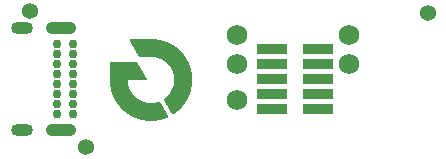
<source format=gbs>
G04*
G04 #@! TF.GenerationSoftware,Altium Limited,Altium Designer,20.2.6 (244)*
G04*
G04 Layer_Color=16711935*
%FSLAX25Y25*%
%MOIN*%
G70*
G04*
G04 #@! TF.SameCoordinates,1F00D8FF-E811-4F8C-9FFC-250B1BB78CBF*
G04*
G04*
G04 #@! TF.FilePolarity,Negative*
G04*
G01*
G75*
%ADD36R,0.10049X0.03592*%
%ADD40C,0.05362*%
%ADD41O,0.10049X0.04143*%
%ADD42C,0.02953*%
%ADD43O,0.07293X0.04143*%
%ADD44C,0.00394*%
%ADD55C,0.00023*%
%ADD56C,0.06899*%
D36*
X106102Y36575D02*
D03*
X90748D02*
D03*
X106102Y31575D02*
D03*
Y26575D02*
D03*
Y21575D02*
D03*
Y16575D02*
D03*
X90748Y31575D02*
D03*
Y26575D02*
D03*
Y21575D02*
D03*
Y16575D02*
D03*
D40*
X142520Y48819D02*
D03*
X28740Y3937D02*
D03*
X9892Y49213D02*
D03*
D41*
X20472Y9547D02*
D03*
Y43602D02*
D03*
D42*
X24331Y14862D02*
D03*
Y18209D02*
D03*
Y21555D02*
D03*
Y24902D02*
D03*
Y28248D02*
D03*
Y31594D02*
D03*
Y34941D02*
D03*
Y38287D02*
D03*
X19016Y14862D02*
D03*
Y18209D02*
D03*
Y21555D02*
D03*
Y24902D02*
D03*
Y28248D02*
D03*
Y31594D02*
D03*
Y34941D02*
D03*
Y38287D02*
D03*
D43*
X7165Y9547D02*
D03*
Y43602D02*
D03*
D44*
X129921Y1476D02*
D03*
Y12303D02*
D03*
D55*
X43257Y39939D02*
X50924D01*
X43212Y39917D02*
X51288D01*
X43189Y39894D02*
X51538D01*
X43189Y39871D02*
X51766D01*
X43166Y39848D02*
X51948D01*
X43166Y39825D02*
X52130D01*
X43166Y39803D02*
X52289D01*
X43166Y39780D02*
X52426D01*
X43166Y39757D02*
X52562D01*
X43189Y39735D02*
X52676D01*
X43189Y39712D02*
X52812D01*
X43212Y39689D02*
X52926D01*
X43212Y39666D02*
X53040D01*
X43235Y39643D02*
X53131D01*
X43235Y39621D02*
X53245D01*
X43257Y39598D02*
X53336D01*
X43280Y39575D02*
X53427D01*
X43280Y39553D02*
X53518D01*
X43303Y39530D02*
X53609D01*
X43303Y39507D02*
X53700D01*
X43326Y39484D02*
X53791D01*
X43326Y39461D02*
X53882D01*
X43348Y39439D02*
X53950D01*
X43371Y39416D02*
X54041D01*
X43371Y39393D02*
X54109D01*
X43394Y39371D02*
X54177D01*
X43394Y39348D02*
X54268D01*
X43417Y39325D02*
X54337D01*
X43417Y39302D02*
X54405D01*
X43439Y39279D02*
X54473D01*
X43462Y39257D02*
X54541D01*
X43462Y39234D02*
X54610D01*
X43485Y39211D02*
X54678D01*
X43485Y39189D02*
X54746D01*
X43508Y39166D02*
X54792D01*
X43508Y39143D02*
X54860D01*
X43530Y39120D02*
X54928D01*
X43553Y39097D02*
X54996D01*
X43553Y39075D02*
X55042D01*
X43576Y39052D02*
X55110D01*
X43576Y39029D02*
X55178D01*
X43599Y39007D02*
X55224D01*
X43621Y38984D02*
X55292D01*
X43621Y38961D02*
X55338D01*
X43644Y38938D02*
X55383D01*
X43644Y38916D02*
X55451D01*
X43667Y38893D02*
X55497D01*
X43667Y38870D02*
X55565D01*
X43690Y38847D02*
X55611D01*
X43712Y38824D02*
X55656D01*
X43712Y38802D02*
X55724D01*
X43735Y38779D02*
X55770D01*
X43735Y38756D02*
X55815D01*
X43758Y38734D02*
X55861D01*
X43758Y38711D02*
X55906D01*
X43781Y38688D02*
X55975D01*
X43803Y38665D02*
X56020D01*
X43803Y38642D02*
X56066D01*
X43826Y38620D02*
X56111D01*
X43826Y38597D02*
X56157D01*
X43849Y38574D02*
X56202D01*
X43872Y38552D02*
X56248D01*
X43872Y38529D02*
X56293D01*
X43894Y38506D02*
X56339D01*
X43894Y38483D02*
X56384D01*
X43917Y38460D02*
X56430D01*
X43917Y38438D02*
X56475D01*
X43940Y38415D02*
X56521D01*
X43963Y38392D02*
X56566D01*
X43963Y38370D02*
X56589D01*
X43985Y38347D02*
X56634D01*
X43985Y38324D02*
X56680D01*
X44008Y38301D02*
X56725D01*
X44008Y38278D02*
X56771D01*
X44031Y38256D02*
X56816D01*
X44054Y38233D02*
X56839D01*
X44054Y38210D02*
X56885D01*
X44076Y38188D02*
X56930D01*
X44076Y38165D02*
X56976D01*
X44099Y38142D02*
X56998D01*
X44099Y38119D02*
X57044D01*
X44122Y38096D02*
X57089D01*
X44145Y38074D02*
X57135D01*
X44145Y38051D02*
X57158D01*
X44167Y38028D02*
X57203D01*
X44167Y38006D02*
X57249D01*
X44190Y37983D02*
X57271D01*
X44213Y37960D02*
X57317D01*
X44213Y37937D02*
X57340D01*
X44236Y37914D02*
X57385D01*
X44236Y37892D02*
X57431D01*
X44258Y37869D02*
X57453D01*
X44258Y37846D02*
X57499D01*
X44281Y37824D02*
X57522D01*
X44304Y37801D02*
X57567D01*
X44304Y37778D02*
X57590D01*
X44327Y37755D02*
X57635D01*
X44327Y37732D02*
X57681D01*
X44349Y37710D02*
X57704D01*
X44349Y37687D02*
X57749D01*
X44372Y37664D02*
X57772D01*
X44395Y37642D02*
X57817D01*
X44395Y37619D02*
X57840D01*
X44418Y37596D02*
X57863D01*
X44418Y37573D02*
X57908D01*
X44440Y37551D02*
X57931D01*
X44440Y37528D02*
X57977D01*
X44463Y37505D02*
X57999D01*
X44486Y37482D02*
X58045D01*
X44486Y37459D02*
X58068D01*
X44509Y37437D02*
X58090D01*
X44509Y37414D02*
X58136D01*
X44531Y37391D02*
X58159D01*
X44554Y37369D02*
X58204D01*
X44554Y37346D02*
X58227D01*
X44577Y37323D02*
X58250D01*
X44577Y37300D02*
X58295D01*
X44600Y37277D02*
X58318D01*
X44600Y37255D02*
X58341D01*
X44622Y37232D02*
X58386D01*
X44645Y37209D02*
X58409D01*
X44645Y37187D02*
X58432D01*
X44668Y37164D02*
X58477D01*
X44668Y37141D02*
X58500D01*
X44691Y37118D02*
X58523D01*
X44691Y37095D02*
X58568D01*
X44713Y37073D02*
X58591D01*
X44736Y37050D02*
X58614D01*
X44736Y37027D02*
X58636D01*
X44759Y37005D02*
X58682D01*
X44759Y36982D02*
X58705D01*
X44782Y36959D02*
X58727D01*
X44782Y36936D02*
X58750D01*
X44804Y36913D02*
X58796D01*
X44827Y36891D02*
X58818D01*
X44827Y36868D02*
X58841D01*
X44850Y36845D02*
X58864D01*
X44850Y36823D02*
X58887D01*
X44873Y36800D02*
X58932D01*
X44895Y36777D02*
X58955D01*
X44895Y36754D02*
X58978D01*
X44918Y36731D02*
X59000D01*
X44918Y36709D02*
X59023D01*
X44941Y36686D02*
X59069D01*
X44941Y36663D02*
X59091D01*
X44964Y36641D02*
X59114D01*
X44986Y36618D02*
X59137D01*
X44986Y36595D02*
X59160D01*
X45009Y36572D02*
X59182D01*
X45009Y36549D02*
X59205D01*
X45032Y36527D02*
X59251D01*
X45032Y36504D02*
X59273D01*
X45055Y36481D02*
X59296D01*
X45077Y36459D02*
X59319D01*
X45077Y36436D02*
X59342D01*
X45100Y36413D02*
X59364D01*
X45100Y36390D02*
X59387D01*
X45123Y36367D02*
X59410D01*
X45146Y36345D02*
X59433D01*
X45146Y36322D02*
X59455D01*
X45168Y36299D02*
X59478D01*
X45168Y36277D02*
X59524D01*
X45191Y36254D02*
X59546D01*
X45191Y36231D02*
X59569D01*
X45214Y36208D02*
X59592D01*
X45237Y36186D02*
X59615D01*
X45237Y36163D02*
X59637D01*
X45259Y36140D02*
X59660D01*
X45259Y36117D02*
X59683D01*
X45282Y36094D02*
X59706D01*
X45282Y36072D02*
X59728D01*
X45305Y36049D02*
X59751D01*
X45328Y36026D02*
X59774D01*
X45328Y36004D02*
X59797D01*
X45350Y35981D02*
X59819D01*
X45350Y35958D02*
X59842D01*
X45373Y35935D02*
X59865D01*
X45373Y35912D02*
X59888D01*
X45396Y35890D02*
X59910D01*
X45419Y35867D02*
X59933D01*
X45419Y35844D02*
X59956D01*
X45441Y35822D02*
X59979D01*
X45441Y35799D02*
X60001D01*
X45464Y35776D02*
X60024D01*
X45487Y35753D02*
X60047D01*
X45487Y35730D02*
X60070D01*
X45510Y35708D02*
X60070D01*
X45510Y35685D02*
X60092D01*
X45532Y35662D02*
X60115D01*
X45532Y35640D02*
X60138D01*
X45555Y35617D02*
X60161D01*
X45578Y35594D02*
X60183D01*
X45578Y35571D02*
X60206D01*
X45601Y35548D02*
X60229D01*
X45601Y35526D02*
X60252D01*
X45623Y35503D02*
X60274D01*
X45623Y35480D02*
X60297D01*
X45646Y35458D02*
X60320D01*
X45669Y35435D02*
X60320D01*
X45669Y35412D02*
X60343D01*
X45692Y35389D02*
X60365D01*
X45692Y35366D02*
X60388D01*
X45714Y35344D02*
X60411D01*
X45714Y35321D02*
X60434D01*
X45737Y35298D02*
X60456D01*
X45760Y35276D02*
X60479D01*
X45760Y35253D02*
X60479D01*
X45783Y35230D02*
X60502D01*
X45783Y35207D02*
X60525D01*
X45805Y35184D02*
X60547D01*
X45828Y35162D02*
X60570D01*
X45828Y35139D02*
X60593D01*
X45851Y35116D02*
X60593D01*
X45851Y35094D02*
X60616D01*
X45874Y35071D02*
X60638D01*
X45874Y35048D02*
X60661D01*
X45896Y35025D02*
X60684D01*
X45919Y35002D02*
X60707D01*
X45919Y34980D02*
X60707D01*
X45942Y34957D02*
X60729D01*
X45942Y34934D02*
X60752D01*
X45965Y34912D02*
X60775D01*
X45965Y34889D02*
X60798D01*
X45987Y34866D02*
X60798D01*
X46010Y34843D02*
X60820D01*
X46010Y34821D02*
X60843D01*
X46033Y34798D02*
X60866D01*
X46033Y34775D02*
X60889D01*
X46056Y34752D02*
X60889D01*
X46056Y34729D02*
X60911D01*
X46078Y34707D02*
X60934D01*
X46101Y34684D02*
X60957D01*
X46101Y34661D02*
X60957D01*
X46124Y34639D02*
X60980D01*
X46124Y34616D02*
X61002D01*
X46147Y34593D02*
X61025D01*
X46169Y34570D02*
X61025D01*
X46169Y34547D02*
X61048D01*
X46192Y34525D02*
X61071D01*
X46192Y34502D02*
X61093D01*
X46215Y34479D02*
X61093D01*
X46215Y34457D02*
X61116D01*
X46238Y34434D02*
X61139D01*
X46260Y34411D02*
X61162D01*
X46283Y34388D02*
X61162D01*
X46351Y34365D02*
X61184D01*
X50810Y34343D02*
X61207D01*
X51061Y34320D02*
X61230D01*
X51265Y34297D02*
X61230D01*
X51425Y34275D02*
X61253D01*
X51561Y34252D02*
X61275D01*
X51675Y34229D02*
X61275D01*
X51789Y34206D02*
X61298D01*
X51902Y34183D02*
X61321D01*
X51993Y34161D02*
X61321D01*
X52107Y34138D02*
X61344D01*
X52198Y34115D02*
X61366D01*
X52266Y34093D02*
X61366D01*
X52357Y34070D02*
X61389D01*
X52426Y34047D02*
X61412D01*
X52517Y34024D02*
X61435D01*
X52585Y34001D02*
X61435D01*
X52653Y33979D02*
X61457D01*
X52721Y33956D02*
X61480D01*
X52790Y33933D02*
X61480D01*
X52858Y33911D02*
X61503D01*
X52926Y33888D02*
X61526D01*
X52972Y33865D02*
X61526D01*
X53040Y33842D02*
X61548D01*
X53108Y33819D02*
X61548D01*
X53154Y33797D02*
X61571D01*
X53222Y33774D02*
X61594D01*
X53267Y33751D02*
X61594D01*
X53313Y33729D02*
X61617D01*
X53381Y33706D02*
X61639D01*
X53427Y33683D02*
X61639D01*
X53472Y33660D02*
X61662D01*
X53518Y33637D02*
X61685D01*
X53563Y33615D02*
X61685D01*
X53631Y33592D02*
X61708D01*
X53677Y33569D02*
X61708D01*
X53722Y33547D02*
X61730D01*
X53768Y33524D02*
X61753D01*
X53813Y33501D02*
X61753D01*
X53859Y33478D02*
X61776D01*
X53882Y33456D02*
X61799D01*
X53927Y33433D02*
X61799D01*
X53973Y33410D02*
X61821D01*
X54018Y33387D02*
X61821D01*
X54064Y33364D02*
X61844D01*
X54109Y33342D02*
X61844D01*
X54132Y33319D02*
X61867D01*
X54177Y33296D02*
X61890D01*
X54223Y33274D02*
X61890D01*
X54268Y33251D02*
X61912D01*
X54291Y33228D02*
X61912D01*
X54337Y33205D02*
X61935D01*
X54382Y33182D02*
X61958D01*
X54405Y33160D02*
X61958D01*
X54450Y33137D02*
X61981D01*
X54473Y33114D02*
X61981D01*
X54519Y33092D02*
X62003D01*
X54541Y33069D02*
X62003D01*
X54587Y33046D02*
X62026D01*
X54610Y33023D02*
X62026D01*
X54655Y33000D02*
X62049D01*
X54678Y32978D02*
X62072D01*
X54723Y32955D02*
X62072D01*
X54746Y32932D02*
X62094D01*
X54792Y32910D02*
X62094D01*
X54814Y32887D02*
X62117D01*
X54837Y32864D02*
X62117D01*
X54883Y32841D02*
X62140D01*
X54905Y32818D02*
X62140D01*
X54951Y32796D02*
X62163D01*
X54974Y32773D02*
X62163D01*
X54996Y32750D02*
X62185D01*
X55019Y32728D02*
X62185D01*
X55065Y32705D02*
X62208D01*
X55087Y32682D02*
X62231D01*
X55110Y32659D02*
X62231D01*
X55156Y32636D02*
X62254D01*
X55178Y32614D02*
X62254D01*
X55201Y32591D02*
X62276D01*
X55224Y32568D02*
X62276D01*
X55269Y32546D02*
X62299D01*
X55292Y32523D02*
X62299D01*
X55315Y32500D02*
X62322D01*
X55338Y32477D02*
X62322D01*
X55360Y32454D02*
X62345D01*
X55383Y32432D02*
X62345D01*
X55429Y32409D02*
X62367D01*
X55451Y32386D02*
X62367D01*
X55474Y32364D02*
X62367D01*
X55497Y32341D02*
X62390D01*
X55520Y32318D02*
X62390D01*
X55542Y32295D02*
X62413D01*
X55565Y32272D02*
X62413D01*
X55588Y32250D02*
X62436D01*
X55611Y32227D02*
X62436D01*
X55656Y32204D02*
X62458D01*
X55679Y32182D02*
X62458D01*
X55702Y32159D02*
X62481D01*
X36705D02*
X45373D01*
X55724Y32136D02*
X62481D01*
X36660D02*
X45419D01*
X55747Y32113D02*
X62504D01*
X36637D02*
X45441D01*
X55770Y32090D02*
X62504D01*
X36614D02*
X45464D01*
X55793Y32068D02*
X62527D01*
X36614D02*
X45464D01*
X55815Y32045D02*
X62527D01*
X36592D02*
X45487D01*
X55838Y32022D02*
X62527D01*
X36592D02*
X45487D01*
X55861Y31999D02*
X62549D01*
X36592D02*
X45510D01*
X55884Y31977D02*
X62549D01*
X36592D02*
X45532D01*
X55906Y31954D02*
X62572D01*
X36592D02*
X45532D01*
X55929Y31931D02*
X62572D01*
X36592D02*
X45555D01*
X55952Y31909D02*
X62595D01*
X36592D02*
X45555D01*
X55975Y31886D02*
X62595D01*
X36592D02*
X45578D01*
X55997Y31863D02*
X62618D01*
X36592D02*
X45578D01*
X55997Y31840D02*
X62618D01*
X36592D02*
X45601D01*
X56020Y31817D02*
X62618D01*
X36592D02*
X45623D01*
X56043Y31795D02*
X62640D01*
X36592D02*
X45623D01*
X56066Y31772D02*
X62640D01*
X36592D02*
X45646D01*
X56088Y31749D02*
X62663D01*
X36592D02*
X45646D01*
X56111Y31727D02*
X62663D01*
X36592D02*
X45669D01*
X56134Y31704D02*
X62663D01*
X36592D02*
X45669D01*
X56157Y31681D02*
X62686D01*
X36592D02*
X45692D01*
X56179Y31658D02*
X62686D01*
X36592D02*
X45714D01*
X56202Y31635D02*
X62709D01*
X36592D02*
X45714D01*
X56202Y31613D02*
X62709D01*
X36592D02*
X45737D01*
X56225Y31590D02*
X62731D01*
X36592D02*
X45737D01*
X56248Y31567D02*
X62731D01*
X36592D02*
X45760D01*
X56270Y31545D02*
X62731D01*
X36592D02*
X45783D01*
X56293Y31522D02*
X62754D01*
X36592D02*
X45783D01*
X56316Y31499D02*
X62754D01*
X36592D02*
X45805D01*
X56339Y31476D02*
X62777D01*
X36592D02*
X45805D01*
X56339Y31453D02*
X62777D01*
X36592D02*
X45828D01*
X56361Y31431D02*
X62777D01*
X36592D02*
X45828D01*
X56384Y31408D02*
X62800D01*
X36592D02*
X45851D01*
X56407Y31385D02*
X62800D01*
X36592D02*
X45874D01*
X56430Y31363D02*
X62800D01*
X36592D02*
X45874D01*
X56430Y31340D02*
X62822D01*
X36592D02*
X45896D01*
X56452Y31317D02*
X62822D01*
X36592D02*
X45896D01*
X56475Y31294D02*
X62845D01*
X36592D02*
X45919D01*
X56498Y31271D02*
X62845D01*
X36592D02*
X45919D01*
X56521Y31249D02*
X62845D01*
X36592D02*
X45942D01*
X56521Y31226D02*
X62868D01*
X36592D02*
X45965D01*
X56543Y31203D02*
X62868D01*
X36592D02*
X45965D01*
X56566Y31181D02*
X62868D01*
X36592D02*
X45987D01*
X56589Y31158D02*
X62891D01*
X36592D02*
X45987D01*
X56589Y31135D02*
X62891D01*
X36592D02*
X46010D01*
X56612Y31112D02*
X62913D01*
X36592D02*
X46033D01*
X56634Y31089D02*
X62913D01*
X36592D02*
X46033D01*
X56657Y31067D02*
X62913D01*
X36592D02*
X46056D01*
X56657Y31044D02*
X62936D01*
X36592D02*
X46056D01*
X56680Y31021D02*
X62936D01*
X36592D02*
X46078D01*
X56703Y30999D02*
X62936D01*
X36592D02*
X46078D01*
X56703Y30976D02*
X62959D01*
X36592D02*
X46101D01*
X56725Y30953D02*
X62959D01*
X36592D02*
X46124D01*
X56748Y30930D02*
X62959D01*
X36592D02*
X46124D01*
X56748Y30907D02*
X62982D01*
X36592D02*
X46147D01*
X56771Y30885D02*
X62982D01*
X36592D02*
X46147D01*
X56794Y30862D02*
X62982D01*
X36592D02*
X46169D01*
X56816Y30839D02*
X63004D01*
X36592D02*
X46169D01*
X56816Y30817D02*
X63004D01*
X36592D02*
X46192D01*
X56839Y30794D02*
X63004D01*
X36592D02*
X46215D01*
X56862Y30771D02*
X63027D01*
X36592D02*
X46215D01*
X56862Y30748D02*
X63027D01*
X36592D02*
X46238D01*
X56885Y30725D02*
X63027D01*
X36592D02*
X46238D01*
X56885Y30703D02*
X63050D01*
X36592D02*
X46260D01*
X56907Y30680D02*
X63050D01*
X36592D02*
X46260D01*
X56930Y30657D02*
X63050D01*
X36592D02*
X46283D01*
X56930Y30634D02*
X63073D01*
X36592D02*
X46306D01*
X56953Y30612D02*
X63073D01*
X36592D02*
X46306D01*
X56976Y30589D02*
X63073D01*
X36592D02*
X46329D01*
X56976Y30566D02*
X63095D01*
X36592D02*
X46329D01*
X56998Y30544D02*
X63095D01*
X36592D02*
X46351D01*
X56998Y30521D02*
X63095D01*
X36592D02*
X46374D01*
X57021Y30498D02*
X63118D01*
X36592D02*
X46374D01*
X57044Y30475D02*
X63118D01*
X36592D02*
X46397D01*
X57044Y30452D02*
X63118D01*
X36592D02*
X46397D01*
X57067Y30430D02*
X63118D01*
X36592D02*
X46420D01*
X57067Y30407D02*
X63141D01*
X36592D02*
X46420D01*
X57089Y30384D02*
X63141D01*
X36592D02*
X46442D01*
X57089Y30362D02*
X63141D01*
X36592D02*
X46465D01*
X57112Y30339D02*
X63164D01*
X36592D02*
X46465D01*
X57135Y30316D02*
X63164D01*
X36592D02*
X46488D01*
X57135Y30293D02*
X63164D01*
X36592D02*
X46488D01*
X57158Y30270D02*
X63186D01*
X36592D02*
X46511D01*
X57158Y30248D02*
X63186D01*
X36592D02*
X46511D01*
X57180Y30225D02*
X63186D01*
X36592D02*
X46533D01*
X57180Y30202D02*
X63186D01*
X36592D02*
X46556D01*
X57203Y30180D02*
X63209D01*
X36592D02*
X46556D01*
X57203Y30157D02*
X63209D01*
X36592D02*
X46579D01*
X57226Y30134D02*
X63209D01*
X36592D02*
X46579D01*
X57226Y30111D02*
X63209D01*
X36592D02*
X46602D01*
X57249Y30088D02*
X63232D01*
X36592D02*
X46602D01*
X57249Y30066D02*
X63232D01*
X36592D02*
X46624D01*
X57271Y30043D02*
X63232D01*
X36592D02*
X46647D01*
X57271Y30020D02*
X63255D01*
X36592D02*
X46647D01*
X57294Y29998D02*
X63255D01*
X36592D02*
X46670D01*
X57294Y29975D02*
X63255D01*
X36592D02*
X46670D01*
X57317Y29952D02*
X63255D01*
X36592D02*
X46693D01*
X57317Y29929D02*
X63277D01*
X36592D02*
X46715D01*
X57340Y29906D02*
X63277D01*
X36592D02*
X46715D01*
X57340Y29884D02*
X63277D01*
X36592D02*
X46738D01*
X57362Y29861D02*
X63277D01*
X36592D02*
X46738D01*
X57362Y29838D02*
X63300D01*
X36592D02*
X46761D01*
X57385Y29816D02*
X63300D01*
X36592D02*
X46761D01*
X57385Y29793D02*
X63300D01*
X36592D02*
X46784D01*
X57408Y29770D02*
X63300D01*
X36592D02*
X46806D01*
X57408Y29747D02*
X63323D01*
X36592D02*
X46806D01*
X57431Y29724D02*
X63323D01*
X36592D02*
X46829D01*
X57431Y29702D02*
X63323D01*
X36592D02*
X46829D01*
X57453Y29679D02*
X63323D01*
X36592D02*
X46852D01*
X57453Y29656D02*
X63346D01*
X36592D02*
X46852D01*
X57453Y29634D02*
X63346D01*
X36592D02*
X46875D01*
X57476Y29611D02*
X63346D01*
X36592D02*
X46897D01*
X57476Y29588D02*
X63346D01*
X36592D02*
X46897D01*
X57499Y29565D02*
X63346D01*
X36592D02*
X46920D01*
X57499Y29542D02*
X63368D01*
X36592D02*
X46920D01*
X57522Y29520D02*
X63368D01*
X36592D02*
X46943D01*
X57522Y29497D02*
X63368D01*
X36592D02*
X46943D01*
X57522Y29474D02*
X63368D01*
X36592D02*
X46966D01*
X57544Y29452D02*
X63391D01*
X36592D02*
X46988D01*
X57544Y29429D02*
X63391D01*
X36592D02*
X46988D01*
X57567Y29406D02*
X63391D01*
X36592D02*
X47011D01*
X57567Y29383D02*
X63391D01*
X36592D02*
X47011D01*
X57567Y29360D02*
X63391D01*
X36592D02*
X47034D01*
X57590Y29338D02*
X63414D01*
X36592D02*
X47057D01*
X57590Y29315D02*
X63414D01*
X36592D02*
X47057D01*
X57613Y29292D02*
X63414D01*
X36592D02*
X47079D01*
X57613Y29269D02*
X63414D01*
X36592D02*
X47079D01*
X57613Y29247D02*
X63414D01*
X36592D02*
X47102D01*
X57635Y29224D02*
X63437D01*
X36592D02*
X47102D01*
X57635Y29201D02*
X63437D01*
X36592D02*
X47125D01*
X57635Y29179D02*
X63437D01*
X36592D02*
X47148D01*
X57658Y29156D02*
X63437D01*
X36592D02*
X47148D01*
X57658Y29133D02*
X63437D01*
X36592D02*
X47170D01*
X57681Y29110D02*
X63459D01*
X36592D02*
X47170D01*
X57681Y29087D02*
X63459D01*
X36592D02*
X47193D01*
X57681Y29065D02*
X63459D01*
X36592D02*
X47193D01*
X57704Y29042D02*
X63459D01*
X36592D02*
X47216D01*
X57704Y29019D02*
X63459D01*
X36592D02*
X47239D01*
X57704Y28997D02*
X63482D01*
X36592D02*
X47239D01*
X57726Y28974D02*
X63482D01*
X36592D02*
X47261D01*
X57726Y28951D02*
X63482D01*
X36592D02*
X47261D01*
X57726Y28928D02*
X63482D01*
X36592D02*
X47284D01*
X57749Y28905D02*
X63482D01*
X36592D02*
X47307D01*
X57749Y28883D02*
X63482D01*
X36592D02*
X47307D01*
X57749Y28860D02*
X63505D01*
X36592D02*
X47330D01*
X57772Y28837D02*
X63505D01*
X36592D02*
X47330D01*
X57772Y28815D02*
X63505D01*
X36592D02*
X47352D01*
X57772Y28792D02*
X63505D01*
X36592D02*
X47352D01*
X57772Y28769D02*
X63505D01*
X36592D02*
X47375D01*
X57795Y28746D02*
X63505D01*
X36592D02*
X47398D01*
X57795Y28723D02*
X63528D01*
X36592D02*
X47398D01*
X57795Y28701D02*
X63528D01*
X36592D02*
X47421D01*
X57817Y28678D02*
X63528D01*
X36592D02*
X47421D01*
X57817Y28655D02*
X63528D01*
X36592D02*
X47443D01*
X57817Y28633D02*
X63528D01*
X36592D02*
X47443D01*
X57817Y28610D02*
X63528D01*
X36592D02*
X47466D01*
X57840Y28587D02*
X63550D01*
X36592D02*
X47489D01*
X57840Y28564D02*
X63550D01*
X36592D02*
X47489D01*
X57840Y28541D02*
X63550D01*
X36592D02*
X47512D01*
X57840Y28519D02*
X63550D01*
X36592D02*
X47512D01*
X57863Y28496D02*
X63550D01*
X36592D02*
X47534D01*
X57863Y28473D02*
X63550D01*
X36592D02*
X47534D01*
X57863Y28451D02*
X63550D01*
X36592D02*
X47557D01*
X57886Y28428D02*
X63573D01*
X36592D02*
X47580D01*
X57886Y28405D02*
X63573D01*
X36592D02*
X47580D01*
X57886Y28382D02*
X63573D01*
X36592D02*
X47603D01*
X57886Y28359D02*
X63573D01*
X36592D02*
X47603D01*
X57886Y28337D02*
X63573D01*
X36592D02*
X47625D01*
X57908Y28314D02*
X63573D01*
X36592D02*
X47648D01*
X57908Y28291D02*
X63573D01*
X36592D02*
X47648D01*
X57908Y28269D02*
X63573D01*
X36592D02*
X47671D01*
X57908Y28246D02*
X63596D01*
X36592D02*
X47671D01*
X57931Y28223D02*
X63596D01*
X36592D02*
X47694D01*
X57931Y28200D02*
X63596D01*
X36592D02*
X47694D01*
X57931Y28177D02*
X63596D01*
X36592D02*
X47716D01*
X57931Y28155D02*
X63596D01*
X36592D02*
X47739D01*
X57931Y28132D02*
X63596D01*
X36592D02*
X47739D01*
X57954Y28109D02*
X63596D01*
X36592D02*
X47762D01*
X57954Y28087D02*
X63596D01*
X36592D02*
X47762D01*
X57954Y28064D02*
X63619D01*
X36592D02*
X47785D01*
X57954Y28041D02*
X63619D01*
X36592D02*
X47785D01*
X57954Y28018D02*
X63619D01*
X36592D02*
X47807D01*
X57977Y27995D02*
X63619D01*
X36592D02*
X47830D01*
X57977Y27973D02*
X63619D01*
X36592D02*
X47830D01*
X57977Y27950D02*
X63619D01*
X36592D02*
X47853D01*
X57977Y27927D02*
X63619D01*
X36592D02*
X47853D01*
X57977Y27904D02*
X63619D01*
X36592D02*
X47876D01*
X57999Y27882D02*
X63619D01*
X36592D02*
X47876D01*
X57999Y27859D02*
X63619D01*
X36592D02*
X47898D01*
X57999Y27836D02*
X63641D01*
X36592D02*
X47921D01*
X57999Y27814D02*
X63641D01*
X36592D02*
X47921D01*
X57999Y27791D02*
X63641D01*
X36592D02*
X47944D01*
X57999Y27768D02*
X63641D01*
X36592D02*
X47944D01*
X57999Y27745D02*
X63641D01*
X36592D02*
X47967D01*
X58022Y27722D02*
X63641D01*
X36592D02*
X47989D01*
X58022Y27700D02*
X63641D01*
X36592D02*
X47989D01*
X58022Y27677D02*
X63641D01*
X36592D02*
X48012D01*
X58022Y27654D02*
X63641D01*
X36592D02*
X48012D01*
X58022Y27632D02*
X63641D01*
X36592D02*
X48035D01*
X58022Y27609D02*
X63641D01*
X36592D02*
X48035D01*
X58022Y27586D02*
X63641D01*
X36592D02*
X48058D01*
X58045Y27563D02*
X63664D01*
X36592D02*
X48080D01*
X58045Y27540D02*
X63664D01*
X36592D02*
X48080D01*
X58045Y27518D02*
X63664D01*
X36592D02*
X48103D01*
X58045Y27495D02*
X63664D01*
X36592D02*
X48103D01*
X58045Y27472D02*
X63664D01*
X36592D02*
X48126D01*
X58045Y27450D02*
X63664D01*
X36592D02*
X48126D01*
X58045Y27427D02*
X63664D01*
X36592D02*
X48149D01*
X58045Y27404D02*
X63664D01*
X36592D02*
X48171D01*
X58045Y27381D02*
X63664D01*
X36592D02*
X48171D01*
X58068Y27358D02*
X63664D01*
X36592D02*
X48194D01*
X58068Y27336D02*
X63664D01*
X36592D02*
X48194D01*
X58068Y27313D02*
X63664D01*
X36592D02*
X48217D01*
X58068Y27290D02*
X63664D01*
X36592D02*
X48240D01*
X58068Y27268D02*
X63664D01*
X36592D02*
X48240D01*
X58068Y27245D02*
X63664D01*
X36592D02*
X48262D01*
X58068Y27222D02*
X63664D01*
X36592D02*
X48262D01*
X58068Y27199D02*
X63664D01*
X36592D02*
X48285D01*
X58068Y27176D02*
X63687D01*
X36592D02*
X48285D01*
X58068Y27154D02*
X63687D01*
X36592D02*
X48308D01*
X58068Y27131D02*
X63687D01*
X36592D02*
X48331D01*
X58090Y27108D02*
X63687D01*
X36592D02*
X48331D01*
X58090Y27086D02*
X63687D01*
X36592D02*
X48353D01*
X58090Y27063D02*
X63687D01*
X36592D02*
X48353D01*
X58090Y27040D02*
X63687D01*
X36592D02*
X48376D01*
X58090Y27017D02*
X63687D01*
X36592D02*
X48376D01*
X58090Y26994D02*
X63687D01*
X36592D02*
X48399D01*
X58090Y26972D02*
X63687D01*
X36592D02*
X48422D01*
X58090Y26949D02*
X63687D01*
X36592D02*
X48422D01*
X58090Y26926D02*
X63687D01*
X36592D02*
X48444D01*
X58090Y26904D02*
X63687D01*
X36592D02*
X48444D01*
X58090Y26881D02*
X63687D01*
X36592D02*
X48467D01*
X58090Y26858D02*
X63687D01*
X36592D02*
X48467D01*
X58090Y26835D02*
X63687D01*
X36592D02*
X48490D01*
X58090Y26812D02*
X63687D01*
X36592D02*
X48513D01*
X58090Y26790D02*
X63687D01*
X36592D02*
X48513D01*
X58090Y26767D02*
X63687D01*
X36592D02*
X48513D01*
X58090Y26744D02*
X63687D01*
X36592D02*
X48513D01*
X58090Y26722D02*
X63687D01*
X36592D02*
X48513D01*
X58090Y26699D02*
X63687D01*
X36592D02*
X48513D01*
X58090Y26676D02*
X63687D01*
X36592D02*
X48513D01*
X58090Y26653D02*
X63687D01*
X36592D02*
X48513D01*
X58090Y26630D02*
X63687D01*
X36592D02*
X48490D01*
X58090Y26608D02*
X63687D01*
X36592D02*
X48467D01*
X58090Y26585D02*
X63687D01*
X36592D02*
X48422D01*
X58090Y26562D02*
X63687D01*
X36592D02*
X42302D01*
X58090Y26539D02*
X63687D01*
X36592D02*
X42256D01*
X58090Y26517D02*
X63687D01*
X36592D02*
X42234D01*
X58090Y26494D02*
X63687D01*
X36592D02*
X42211D01*
X58090Y26471D02*
X63687D01*
X36592D02*
X42211D01*
X58090Y26449D02*
X63687D01*
X36592D02*
X42188D01*
X58090Y26426D02*
X63687D01*
X36592D02*
X42188D01*
X58090Y26403D02*
X63687D01*
X36592D02*
X42188D01*
X58090Y26380D02*
X63687D01*
X36592D02*
X42188D01*
X58090Y26357D02*
X63687D01*
X36592D02*
X42188D01*
X58090Y26335D02*
X63687D01*
X36592D02*
X42188D01*
X58090Y26312D02*
X63687D01*
X36592D02*
X42188D01*
X58090Y26289D02*
X63687D01*
X36592D02*
X42188D01*
X58090Y26267D02*
X63687D01*
X36592D02*
X42188D01*
X58090Y26244D02*
X63687D01*
X36614D02*
X42188D01*
X58090Y26221D02*
X63687D01*
X36614D02*
X42188D01*
X58090Y26198D02*
X63687D01*
X36614D02*
X42211D01*
X58090Y26175D02*
X63687D01*
X36614D02*
X42211D01*
X58090Y26153D02*
X63687D01*
X36614D02*
X42211D01*
X58090Y26130D02*
X63687D01*
X36614D02*
X42211D01*
X58090Y26107D02*
X63687D01*
X36614D02*
X42211D01*
X58090Y26085D02*
X63687D01*
X36614D02*
X42211D01*
X58068Y26062D02*
X63687D01*
X36614D02*
X42211D01*
X58068Y26039D02*
X63687D01*
X36614D02*
X42211D01*
X58068Y26016D02*
X63687D01*
X36614D02*
X42211D01*
X58068Y25993D02*
X63664D01*
X36614D02*
X42211D01*
X58068Y25971D02*
X63664D01*
X36614D02*
X42211D01*
X58068Y25948D02*
X63664D01*
X36614D02*
X42211D01*
X58068Y25925D02*
X63664D01*
X36614D02*
X42211D01*
X58068Y25903D02*
X63664D01*
X36614D02*
X42211D01*
X58068Y25880D02*
X63664D01*
X36614D02*
X42211D01*
X58068Y25857D02*
X63664D01*
X36614D02*
X42234D01*
X58068Y25834D02*
X63664D01*
X36614D02*
X42234D01*
X58068Y25811D02*
X63664D01*
X36614D02*
X42234D01*
X58045Y25789D02*
X63664D01*
X36614D02*
X42234D01*
X58045Y25766D02*
X63664D01*
X36614D02*
X42234D01*
X58045Y25743D02*
X63664D01*
X36614D02*
X42234D01*
X58045Y25721D02*
X63664D01*
X36614D02*
X42234D01*
X58045Y25698D02*
X63664D01*
X36637D02*
X42234D01*
X58045Y25675D02*
X63664D01*
X36637D02*
X42234D01*
X58045Y25652D02*
X63664D01*
X36637D02*
X42234D01*
X58045Y25629D02*
X63664D01*
X36637D02*
X42256D01*
X58045Y25607D02*
X63641D01*
X36637D02*
X42256D01*
X58022Y25584D02*
X63641D01*
X36637D02*
X42256D01*
X58022Y25561D02*
X63641D01*
X36637D02*
X42256D01*
X58022Y25539D02*
X63641D01*
X36637D02*
X42256D01*
X58022Y25516D02*
X63641D01*
X36637D02*
X42256D01*
X58022Y25493D02*
X63641D01*
X36637D02*
X42256D01*
X58022Y25470D02*
X63641D01*
X36637D02*
X42279D01*
X58022Y25447D02*
X63641D01*
X36637D02*
X42279D01*
X57999Y25425D02*
X63641D01*
X36637D02*
X42279D01*
X57999Y25402D02*
X63641D01*
X36660D02*
X42279D01*
X57999Y25379D02*
X63641D01*
X36660D02*
X42279D01*
X57999Y25357D02*
X63641D01*
X36660D02*
X42279D01*
X57999Y25334D02*
X63619D01*
X36660D02*
X42279D01*
X57999Y25311D02*
X63619D01*
X36660D02*
X42302D01*
X57977Y25288D02*
X63619D01*
X36660D02*
X42302D01*
X57977Y25265D02*
X63619D01*
X36660D02*
X42302D01*
X57977Y25243D02*
X63619D01*
X36660D02*
X42302D01*
X57977Y25220D02*
X63619D01*
X36660D02*
X42302D01*
X57977Y25197D02*
X63619D01*
X36660D02*
X42302D01*
X57977Y25174D02*
X63619D01*
X36660D02*
X42325D01*
X57954Y25152D02*
X63619D01*
X36683D02*
X42325D01*
X57954Y25129D02*
X63619D01*
X36683D02*
X42325D01*
X57954Y25106D02*
X63596D01*
X36683D02*
X42325D01*
X57954Y25084D02*
X63596D01*
X36683D02*
X42325D01*
X57954Y25061D02*
X63596D01*
X36683D02*
X42347D01*
X57931Y25038D02*
X63596D01*
X36683D02*
X42347D01*
X57931Y25015D02*
X63596D01*
X36683D02*
X42347D01*
X57931Y24993D02*
X63596D01*
X36683D02*
X42347D01*
X57931Y24970D02*
X63596D01*
X36683D02*
X42347D01*
X57931Y24947D02*
X63596D01*
X36705D02*
X42370D01*
X57908Y24924D02*
X63596D01*
X36705D02*
X42370D01*
X57908Y24902D02*
X63573D01*
X36705D02*
X42370D01*
X57908Y24879D02*
X63573D01*
X36705D02*
X42370D01*
X57908Y24856D02*
X63573D01*
X36705D02*
X42370D01*
X57886Y24833D02*
X63573D01*
X36705D02*
X42393D01*
X57886Y24811D02*
X63573D01*
X36705D02*
X42393D01*
X57886Y24788D02*
X63573D01*
X36705D02*
X42393D01*
X57886Y24765D02*
X63573D01*
X36728D02*
X42393D01*
X57863Y24742D02*
X63550D01*
X36728D02*
X42416D01*
X57863Y24720D02*
X63550D01*
X36728D02*
X42416D01*
X57863Y24697D02*
X63550D01*
X36728D02*
X42416D01*
X57863Y24674D02*
X63550D01*
X36728D02*
X42416D01*
X57863Y24651D02*
X63550D01*
X36728D02*
X42416D01*
X57840Y24629D02*
X63550D01*
X36728D02*
X42438D01*
X57840Y24606D02*
X63550D01*
X36751D02*
X42438D01*
X57840Y24583D02*
X63528D01*
X36751D02*
X42438D01*
X57817Y24560D02*
X63528D01*
X36751D02*
X42461D01*
X57817Y24538D02*
X63528D01*
X36751D02*
X42461D01*
X57817Y24515D02*
X63528D01*
X36751D02*
X42461D01*
X57817Y24492D02*
X63528D01*
X36751D02*
X42461D01*
X57795Y24469D02*
X63528D01*
X36751D02*
X42484D01*
X57795Y24446D02*
X63528D01*
X36774D02*
X42484D01*
X57795Y24424D02*
X63505D01*
X36774D02*
X42484D01*
X57795Y24401D02*
X63505D01*
X36774D02*
X42484D01*
X57772Y24378D02*
X63505D01*
X36774D02*
X42507D01*
X57772Y24355D02*
X63505D01*
X36774D02*
X42507D01*
X57772Y24333D02*
X63505D01*
X36774D02*
X42507D01*
X57749Y24310D02*
X63505D01*
X36796D02*
X42529D01*
X57749Y24287D02*
X63482D01*
X36796D02*
X42529D01*
X57749Y24264D02*
X63482D01*
X36796D02*
X42529D01*
X57726Y24242D02*
X63482D01*
X36796D02*
X42552D01*
X57726Y24219D02*
X63482D01*
X36796D02*
X42552D01*
X57726Y24196D02*
X63482D01*
X36796D02*
X42552D01*
X57704Y24173D02*
X63459D01*
X36819D02*
X42552D01*
X57704Y24151D02*
X63459D01*
X36819D02*
X42575D01*
X57704Y24128D02*
X63459D01*
X36819D02*
X42575D01*
X57681Y24105D02*
X63459D01*
X36819D02*
X42575D01*
X57681Y24082D02*
X63459D01*
X36819D02*
X42598D01*
X57681Y24060D02*
X63459D01*
X36842D02*
X42598D01*
X57658Y24037D02*
X63437D01*
X36842D02*
X42598D01*
X57658Y24014D02*
X63437D01*
X36842D02*
X42620D01*
X57658Y23991D02*
X63437D01*
X36842D02*
X42620D01*
X57635Y23969D02*
X63437D01*
X36842D02*
X42620D01*
X57635Y23946D02*
X63437D01*
X36865D02*
X42643D01*
X57635Y23923D02*
X63414D01*
X36865D02*
X42643D01*
X57613Y23900D02*
X63414D01*
X36865D02*
X42643D01*
X57613Y23878D02*
X63414D01*
X36865D02*
X42666D01*
X57613Y23855D02*
X63414D01*
X36865D02*
X42666D01*
X57590Y23832D02*
X63414D01*
X36887D02*
X42689D01*
X57590Y23810D02*
X63391D01*
X36887D02*
X42689D01*
X57567Y23787D02*
X63391D01*
X36887D02*
X42689D01*
X57567Y23764D02*
X63391D01*
X36887D02*
X42711D01*
X57567Y23741D02*
X63391D01*
X36887D02*
X42711D01*
X57544Y23719D02*
X63368D01*
X36910D02*
X42711D01*
X57544Y23696D02*
X63368D01*
X36910D02*
X42734D01*
X57544Y23673D02*
X63368D01*
X36910D02*
X42734D01*
X57522Y23650D02*
X63368D01*
X36910D02*
X42757D01*
X57522Y23628D02*
X63368D01*
X36910D02*
X42757D01*
X57499Y23605D02*
X63346D01*
X36933D02*
X42757D01*
X57499Y23582D02*
X63346D01*
X36933D02*
X42780D01*
X57476Y23559D02*
X63346D01*
X36933D02*
X42780D01*
X57476Y23537D02*
X63346D01*
X36933D02*
X42802D01*
X57476Y23514D02*
X63323D01*
X36956D02*
X42802D01*
X57453Y23491D02*
X63323D01*
X36956D02*
X42802D01*
X57453Y23468D02*
X63323D01*
X36956D02*
X42825D01*
X57431Y23446D02*
X63323D01*
X36956D02*
X42825D01*
X57431Y23423D02*
X63300D01*
X36978D02*
X42848D01*
X57408Y23400D02*
X63300D01*
X36978D02*
X42848D01*
X57408Y23377D02*
X63300D01*
X36978D02*
X42871D01*
X57408Y23355D02*
X63300D01*
X36978D02*
X42871D01*
X57385Y23332D02*
X63277D01*
X36978D02*
X42893D01*
X57385Y23309D02*
X63277D01*
X37001D02*
X42893D01*
X57362Y23286D02*
X63277D01*
X37001D02*
X42893D01*
X57362Y23264D02*
X63277D01*
X37001D02*
X42916D01*
X57340Y23241D02*
X63255D01*
X37001D02*
X42916D01*
X57340Y23218D02*
X63255D01*
X37024D02*
X42939D01*
X57317Y23195D02*
X63255D01*
X37024D02*
X42939D01*
X57317Y23173D02*
X63255D01*
X37024D02*
X42962D01*
X57294Y23150D02*
X63232D01*
X37024D02*
X42962D01*
X57294Y23127D02*
X63232D01*
X37047D02*
X42984D01*
X57271Y23104D02*
X63232D01*
X37047D02*
X42984D01*
X57271Y23081D02*
X63232D01*
X37047D02*
X43007D01*
X57249Y23059D02*
X63209D01*
X37069D02*
X43007D01*
X57249Y23036D02*
X63209D01*
X37069D02*
X43030D01*
X57226Y23013D02*
X63209D01*
X37069D02*
X43030D01*
X57226Y22990D02*
X63209D01*
X37069D02*
X43053D01*
X57203Y22968D02*
X63186D01*
X37092D02*
X43053D01*
X57203Y22945D02*
X63186D01*
X37092D02*
X43075D01*
X57180Y22922D02*
X63186D01*
X37092D02*
X43075D01*
X57180Y22899D02*
X63164D01*
X37092D02*
X43098D01*
X57158Y22877D02*
X63164D01*
X37115D02*
X43098D01*
X57158Y22854D02*
X63164D01*
X37115D02*
X43121D01*
X57135Y22831D02*
X63164D01*
X37115D02*
X43121D01*
X57135Y22808D02*
X63141D01*
X37138D02*
X43144D01*
X57112Y22786D02*
X63141D01*
X37138D02*
X43144D01*
X57112Y22763D02*
X63141D01*
X37138D02*
X43166D01*
X57089Y22740D02*
X63118D01*
X37138D02*
X43166D01*
X57089Y22717D02*
X63118D01*
X37160D02*
X43189D01*
X57067Y22695D02*
X63118D01*
X37160D02*
X43212D01*
X57044Y22672D02*
X63095D01*
X37160D02*
X43212D01*
X57044Y22649D02*
X63095D01*
X37183D02*
X43235D01*
X57021Y22626D02*
X63095D01*
X37183D02*
X43235D01*
X57021Y22604D02*
X63095D01*
X37183D02*
X43257D01*
X56998Y22581D02*
X63073D01*
X37206D02*
X43257D01*
X56976Y22558D02*
X63073D01*
X37206D02*
X43280D01*
X56976Y22535D02*
X63073D01*
X37206D02*
X43303D01*
X56953Y22513D02*
X63050D01*
X37229D02*
X43303D01*
X56953Y22490D02*
X63050D01*
X37229D02*
X43326D01*
X56930Y22467D02*
X63050D01*
X37229D02*
X43326D01*
X56907Y22445D02*
X63027D01*
X37229D02*
X43348D01*
X56907Y22422D02*
X63027D01*
X37251D02*
X43371D01*
X56885Y22399D02*
X63027D01*
X37251D02*
X43371D01*
X56885Y22376D02*
X63004D01*
X37251D02*
X43394D01*
X56862Y22354D02*
X63004D01*
X37274D02*
X43394D01*
X56839Y22331D02*
X63004D01*
X37274D02*
X43417D01*
X56839Y22308D02*
X62982D01*
X37274D02*
X43439D01*
X56816Y22285D02*
X62982D01*
X37297D02*
X43439D01*
X56794Y22263D02*
X62982D01*
X37297D02*
X43462D01*
X56794Y22240D02*
X62959D01*
X37297D02*
X43485D01*
X56771Y22217D02*
X62959D01*
X37320D02*
X43485D01*
X56748Y22194D02*
X62959D01*
X37320D02*
X43508D01*
X56748Y22172D02*
X62936D01*
X37320D02*
X43530D01*
X56725Y22149D02*
X62936D01*
X37342D02*
X43530D01*
X56703Y22126D02*
X62936D01*
X37342D02*
X43553D01*
X56703Y22103D02*
X62913D01*
X37342D02*
X43576D01*
X56680Y22081D02*
X62913D01*
X37365D02*
X43576D01*
X56657Y22058D02*
X62913D01*
X37365D02*
X43599D01*
X56657Y22035D02*
X62891D01*
X37388D02*
X43621D01*
X56634Y22012D02*
X62891D01*
X37388D02*
X43621D01*
X56612Y21990D02*
X62868D01*
X37388D02*
X43644D01*
X56612Y21967D02*
X62868D01*
X37411D02*
X43667D01*
X56589Y21944D02*
X62868D01*
X37411D02*
X43690D01*
X56566Y21921D02*
X62845D01*
X37411D02*
X43690D01*
X56543Y21899D02*
X62845D01*
X37433D02*
X43712D01*
X56543Y21876D02*
X62845D01*
X37433D02*
X43735D01*
X56521Y21853D02*
X62822D01*
X37433D02*
X43735D01*
X56498Y21830D02*
X62822D01*
X37456D02*
X43758D01*
X56475Y21808D02*
X62822D01*
X37456D02*
X43781D01*
X56475Y21785D02*
X62800D01*
X37479D02*
X43803D01*
X56452Y21762D02*
X62800D01*
X37479D02*
X43803D01*
X56430Y21739D02*
X62777D01*
X37479D02*
X43826D01*
X56407Y21716D02*
X62777D01*
X37502D02*
X43849D01*
X56407Y21694D02*
X62777D01*
X37502D02*
X43872D01*
X56384Y21671D02*
X62754D01*
X37502D02*
X43894D01*
X56361Y21648D02*
X62754D01*
X37524D02*
X43894D01*
X56339Y21625D02*
X62731D01*
X37524D02*
X43917D01*
X56316Y21603D02*
X62731D01*
X37547D02*
X43940D01*
X56316Y21580D02*
X62731D01*
X37547D02*
X43963D01*
X56293Y21557D02*
X62709D01*
X37547D02*
X43985D01*
X56270Y21534D02*
X62709D01*
X37570D02*
X43985D01*
X56248Y21512D02*
X62686D01*
X37570D02*
X44008D01*
X56225Y21489D02*
X62686D01*
X37593D02*
X44031D01*
X56202Y21466D02*
X62686D01*
X37593D02*
X44054D01*
X56179Y21443D02*
X62663D01*
X37593D02*
X44076D01*
X56179Y21421D02*
X62663D01*
X37615D02*
X44099D01*
X56157Y21398D02*
X62640D01*
X37615D02*
X44099D01*
X56134Y21375D02*
X62640D01*
X37638D02*
X44122D01*
X56111Y21352D02*
X62640D01*
X37638D02*
X44145D01*
X56088Y21330D02*
X62618D01*
X37661D02*
X44167D01*
X56066Y21307D02*
X62618D01*
X37661D02*
X44190D01*
X56043Y21284D02*
X62595D01*
X37661D02*
X44213D01*
X56020Y21261D02*
X62595D01*
X37684D02*
X44236D01*
X56020Y21239D02*
X62572D01*
X37684D02*
X44258D01*
X55997Y21216D02*
X62572D01*
X37706D02*
X44281D01*
X55975Y21193D02*
X62572D01*
X37706D02*
X44281D01*
X55952Y21170D02*
X62549D01*
X37729D02*
X44304D01*
X55929Y21148D02*
X62549D01*
X37729D02*
X44327D01*
X55906Y21125D02*
X62527D01*
X37729D02*
X44349D01*
X55884Y21102D02*
X62527D01*
X37752D02*
X44372D01*
X55861Y21080D02*
X62504D01*
X37752D02*
X44395D01*
X55838Y21057D02*
X62504D01*
X37775D02*
X44418D01*
X55815Y21034D02*
X62481D01*
X37775D02*
X44440D01*
X55793Y21011D02*
X62481D01*
X37797D02*
X44463D01*
X55770Y20989D02*
X62481D01*
X37797D02*
X44486D01*
X55747Y20966D02*
X62458D01*
X37820D02*
X44509D01*
X55724Y20943D02*
X62458D01*
X37820D02*
X44531D01*
X55702Y20920D02*
X62436D01*
X37820D02*
X44554D01*
X55679Y20898D02*
X62436D01*
X37843D02*
X44577D01*
X55656Y20875D02*
X62413D01*
X37843D02*
X44600D01*
X55633Y20852D02*
X62413D01*
X37866D02*
X44622D01*
X55611Y20829D02*
X62390D01*
X37866D02*
X44645D01*
X55588Y20807D02*
X62390D01*
X37888D02*
X44668D01*
X55565Y20784D02*
X62367D01*
X37888D02*
X44691D01*
X55542Y20761D02*
X62367D01*
X37911D02*
X44713D01*
X55520Y20738D02*
X62345D01*
X37911D02*
X44736D01*
X55497Y20716D02*
X62345D01*
X37934D02*
X44759D01*
X55451Y20693D02*
X62322D01*
X37934D02*
X44804D01*
X55429Y20670D02*
X62322D01*
X37957D02*
X44827D01*
X55406Y20647D02*
X62299D01*
X37957D02*
X44850D01*
X55383Y20625D02*
X62299D01*
X37979D02*
X44873D01*
X55360Y20602D02*
X62276D01*
X37979D02*
X44895D01*
X55338Y20579D02*
X62276D01*
X38002D02*
X44918D01*
X55315Y20556D02*
X62254D01*
X38002D02*
X44941D01*
X55292Y20534D02*
X62254D01*
X38025D02*
X44964D01*
X55247Y20511D02*
X62231D01*
X38025D02*
X45009D01*
X55224Y20488D02*
X62231D01*
X38048D02*
X45032D01*
X55201Y20465D02*
X62208D01*
X38048D02*
X45055D01*
X55178Y20443D02*
X62208D01*
X38070D02*
X45077D01*
X55156Y20420D02*
X62185D01*
X38070D02*
X45100D01*
X55110Y20397D02*
X62185D01*
X38093D02*
X45146D01*
X55087Y20374D02*
X62163D01*
X38093D02*
X45168D01*
X55065Y20351D02*
X62163D01*
X38116D02*
X45191D01*
X55042Y20329D02*
X62140D01*
X38116D02*
X45214D01*
X54996Y20306D02*
X62140D01*
X38139D02*
X45259D01*
X54974Y20283D02*
X62117D01*
X38139D02*
X45282D01*
X54951Y20260D02*
X62117D01*
X38161D02*
X45305D01*
X54905Y20238D02*
X62094D01*
X38161D02*
X45350D01*
X54883Y20215D02*
X62094D01*
X38184D02*
X45373D01*
X54860Y20192D02*
X62072D01*
X38184D02*
X45396D01*
X54814Y20169D02*
X62072D01*
X38207D02*
X45419D01*
X54792Y20147D02*
X62049D01*
X38207D02*
X45464D01*
X54769Y20124D02*
X62049D01*
X38230D02*
X45487D01*
X54723Y20101D02*
X62026D01*
X38252D02*
X45532D01*
X54701Y20078D02*
X62003D01*
X38252D02*
X45555D01*
X54678Y20056D02*
X62003D01*
X38275D02*
X45578D01*
X54655Y20033D02*
X61981D01*
X38275D02*
X45623D01*
X54632Y20010D02*
X61981D01*
X38298D02*
X45646D01*
X54632Y19987D02*
X61958D01*
X38298D02*
X45692D01*
X54632Y19965D02*
X61958D01*
X38321D02*
X45714D01*
X54632Y19942D02*
X61935D01*
X38321D02*
X45760D01*
X54632Y19919D02*
X61935D01*
X38343D02*
X45783D01*
X54632Y19896D02*
X61912D01*
X38366D02*
X45828D01*
X54655Y19874D02*
X61890D01*
X38366D02*
X45851D01*
X54655Y19851D02*
X61890D01*
X38389D02*
X45896D01*
X54678Y19828D02*
X61867D01*
X38389D02*
X45942D01*
X54678Y19805D02*
X61867D01*
X38412D02*
X45965D01*
X54701Y19783D02*
X61844D01*
X38412D02*
X46010D01*
X54701Y19760D02*
X61821D01*
X38434D02*
X46033D01*
X54723Y19737D02*
X61821D01*
X38457D02*
X46078D01*
X54746Y19715D02*
X61799D01*
X38457D02*
X46124D01*
X54746Y19692D02*
X61799D01*
X38480D02*
X46147D01*
X54769Y19669D02*
X61776D01*
X38480D02*
X46192D01*
X54769Y19646D02*
X61776D01*
X38503D02*
X46238D01*
X54792Y19624D02*
X61753D01*
X38525D02*
X46283D01*
X54792Y19601D02*
X61730D01*
X38525D02*
X46329D01*
X54814Y19578D02*
X61730D01*
X38548D02*
X46351D01*
X54837Y19555D02*
X61708D01*
X38548D02*
X46397D01*
X54837Y19533D02*
X61685D01*
X38571D02*
X46442D01*
X54860Y19510D02*
X61685D01*
X38594D02*
X46488D01*
X54860Y19487D02*
X61662D01*
X38594D02*
X46533D01*
X54883Y19464D02*
X61662D01*
X38616D02*
X46579D01*
X54883Y19442D02*
X61639D01*
X38616D02*
X46624D01*
X54905Y19419D02*
X61617D01*
X38639D02*
X46670D01*
X54928Y19396D02*
X61617D01*
X38662D02*
X46715D01*
X54928Y19373D02*
X61594D01*
X38662D02*
X46761D01*
X54951Y19351D02*
X61594D01*
X38685D02*
X46806D01*
X54951Y19328D02*
X61571D01*
X38707D02*
X46875D01*
X54974Y19305D02*
X61548D01*
X38707D02*
X46920D01*
X54996Y19282D02*
X61548D01*
X38730D02*
X46966D01*
X54996Y19260D02*
X61526D01*
X38730D02*
X47011D01*
X55019Y19237D02*
X61503D01*
X38753D02*
X47079D01*
X55019Y19214D02*
X61503D01*
X38776D02*
X47125D01*
X55042Y19191D02*
X61480D01*
X38776D02*
X47193D01*
X55042Y19169D02*
X61457D01*
X38798D02*
X47239D01*
X55065Y19146D02*
X61457D01*
X38821D02*
X47307D01*
X55087Y19123D02*
X61435D01*
X38821D02*
X47352D01*
X55087Y19100D02*
X61412D01*
X52835D02*
X52903D01*
X38844D02*
X47421D01*
X55110Y19078D02*
X61412D01*
X52767D02*
X52949D01*
X38867D02*
X47489D01*
X55110Y19055D02*
X61389D01*
X52699D02*
X52972D01*
X38867D02*
X47557D01*
X55133Y19032D02*
X61366D01*
X52630D02*
X52994D01*
X38889D02*
X47625D01*
X55133Y19009D02*
X61366D01*
X52562D02*
X53017D01*
X38912D02*
X47694D01*
X55156Y18986D02*
X61344D01*
X52494D02*
X53017D01*
X38912D02*
X47762D01*
X55178Y18964D02*
X61321D01*
X52403D02*
X53040D01*
X38935D02*
X47830D01*
X55178Y18941D02*
X61321D01*
X52335D02*
X53040D01*
X38958D02*
X47898D01*
X55201Y18918D02*
X61298D01*
X52244D02*
X53063D01*
X38958D02*
X47989D01*
X55201Y18895D02*
X61275D01*
X52175D02*
X53085D01*
X38980D02*
X48080D01*
X55224Y18873D02*
X61275D01*
X52084D02*
X53085D01*
X39003D02*
X48149D01*
X55224Y18850D02*
X61253D01*
X51993D02*
X53108D01*
X39003D02*
X48240D01*
X55247Y18827D02*
X61230D01*
X51902D02*
X53108D01*
X39026D02*
X48353D01*
X55269Y18804D02*
X61207D01*
X51789D02*
X53131D01*
X39049D02*
X48444D01*
X55269Y18782D02*
X61207D01*
X51698D02*
X53131D01*
X39071D02*
X48558D01*
X55292Y18759D02*
X61184D01*
X51584D02*
X53154D01*
X39071D02*
X48672D01*
X55292Y18736D02*
X61162D01*
X51447D02*
X53176D01*
X39094D02*
X48808D01*
X55315Y18713D02*
X61162D01*
X51311D02*
X53176D01*
X39117D02*
X48945D01*
X55338Y18691D02*
X61139D01*
X51152D02*
X53199D01*
X39117D02*
X49104D01*
X55338Y18668D02*
X61116D01*
X50970D02*
X53199D01*
X39140D02*
X49286D01*
X55360Y18645D02*
X61093D01*
X50719D02*
X53222D01*
X39162D02*
X49536D01*
X55360Y18622D02*
X61093D01*
X39185D02*
X53222D01*
X55383Y18600D02*
X61071D01*
X39185D02*
X53245D01*
X55383Y18577D02*
X61048D01*
X39208D02*
X53267D01*
X55406Y18554D02*
X61048D01*
X39231D02*
X53267D01*
X55429Y18531D02*
X61025D01*
X39231D02*
X53290D01*
X55429Y18509D02*
X61002D01*
X39253D02*
X53290D01*
X55451Y18486D02*
X60980D01*
X39276D02*
X53313D01*
X55451Y18463D02*
X60980D01*
X39299D02*
X53336D01*
X55474Y18440D02*
X60957D01*
X39299D02*
X53336D01*
X55474Y18418D02*
X60934D01*
X39322D02*
X53358D01*
X55497Y18395D02*
X60911D01*
X39344D02*
X53358D01*
X55520Y18372D02*
X60911D01*
X39367D02*
X53381D01*
X55520Y18350D02*
X60889D01*
X39367D02*
X53381D01*
X55542Y18327D02*
X60866D01*
X39390D02*
X53404D01*
X55542Y18304D02*
X60843D01*
X39413D02*
X53427D01*
X55565Y18281D02*
X60843D01*
X39435D02*
X53427D01*
X55588Y18259D02*
X60820D01*
X39458D02*
X53449D01*
X55588Y18236D02*
X60798D01*
X39458D02*
X53449D01*
X55611Y18213D02*
X60775D01*
X39481D02*
X53472D01*
X55611Y18190D02*
X60752D01*
X39504D02*
X53472D01*
X55633Y18168D02*
X60752D01*
X39526D02*
X53495D01*
X55633Y18145D02*
X60729D01*
X39526D02*
X53518D01*
X55656Y18122D02*
X60707D01*
X39549D02*
X53518D01*
X55679Y18099D02*
X60684D01*
X39572D02*
X53540D01*
X55679Y18077D02*
X60661D01*
X39595D02*
X53540D01*
X55702Y18054D02*
X60661D01*
X39617D02*
X53563D01*
X55702Y18031D02*
X60638D01*
X39640D02*
X53563D01*
X55724Y18008D02*
X60616D01*
X39640D02*
X53586D01*
X55724Y17986D02*
X60593D01*
X39663D02*
X53609D01*
X55747Y17963D02*
X60570D01*
X39686D02*
X53609D01*
X55770Y17940D02*
X60547D01*
X39708D02*
X53631D01*
X55770Y17917D02*
X60547D01*
X39731D02*
X53631D01*
X55793Y17895D02*
X60525D01*
X39731D02*
X53654D01*
X55793Y17872D02*
X60502D01*
X39754D02*
X53677D01*
X55815Y17849D02*
X60479D01*
X39777D02*
X53677D01*
X55815Y17826D02*
X60456D01*
X39799D02*
X53700D01*
X55838Y17804D02*
X60434D01*
X39822D02*
X53700D01*
X55861Y17781D02*
X60434D01*
X39845D02*
X53722D01*
X55861Y17758D02*
X60411D01*
X39868D02*
X53722D01*
X55884Y17735D02*
X60388D01*
X39868D02*
X53745D01*
X55884Y17713D02*
X60365D01*
X39890D02*
X53768D01*
X55906Y17690D02*
X60343D01*
X39913D02*
X53768D01*
X55929Y17667D02*
X60320D01*
X39936D02*
X53791D01*
X55929Y17644D02*
X60297D01*
X39959D02*
X53791D01*
X55952Y17621D02*
X60297D01*
X39981D02*
X53813D01*
X55952Y17599D02*
X60274D01*
X40004D02*
X53813D01*
X55975Y17576D02*
X60252D01*
X40004D02*
X53836D01*
X55975Y17553D02*
X60229D01*
X40027D02*
X53859D01*
X55997Y17530D02*
X60206D01*
X40050D02*
X53859D01*
X56020Y17508D02*
X60183D01*
X40072D02*
X53882D01*
X56020Y17485D02*
X60161D01*
X40095D02*
X53882D01*
X56043Y17462D02*
X60138D01*
X40118D02*
X53904D01*
X56043Y17439D02*
X60115D01*
X40141D02*
X53904D01*
X56066Y17417D02*
X60092D01*
X40163D02*
X53927D01*
X56066Y17394D02*
X60070D01*
X40186D02*
X53950D01*
X56088Y17371D02*
X60070D01*
X40209D02*
X53950D01*
X56111Y17348D02*
X60047D01*
X40232D02*
X53973D01*
X56111Y17326D02*
X60024D01*
X40232D02*
X53973D01*
X56134Y17303D02*
X60001D01*
X40254D02*
X53995D01*
X56134Y17280D02*
X59979D01*
X40277D02*
X54018D01*
X56157Y17257D02*
X59956D01*
X40300D02*
X54018D01*
X56157Y17235D02*
X59933D01*
X40323D02*
X54041D01*
X56179Y17212D02*
X59910D01*
X40345D02*
X54041D01*
X56202Y17189D02*
X59888D01*
X40368D02*
X54064D01*
X56202Y17166D02*
X59865D01*
X40391D02*
X54064D01*
X56225Y17144D02*
X59842D01*
X40414D02*
X54086D01*
X56225Y17121D02*
X59819D01*
X40436D02*
X54109D01*
X56248Y17098D02*
X59797D01*
X40459D02*
X54109D01*
X56270Y17075D02*
X59774D01*
X40482D02*
X54132D01*
X56270Y17053D02*
X59751D01*
X40505D02*
X54132D01*
X56293Y17030D02*
X59728D01*
X40527D02*
X54155D01*
X56293Y17007D02*
X59706D01*
X40550D02*
X54155D01*
X56316Y16984D02*
X59683D01*
X40573D02*
X54177D01*
X56316Y16962D02*
X59660D01*
X40596D02*
X54200D01*
X56339Y16939D02*
X59637D01*
X40618D02*
X54200D01*
X56361Y16916D02*
X59615D01*
X40641D02*
X54223D01*
X56361Y16894D02*
X59592D01*
X40664D02*
X54223D01*
X56384Y16871D02*
X59569D01*
X40687D02*
X54246D01*
X56384Y16848D02*
X59546D01*
X40709D02*
X54268D01*
X56407Y16825D02*
X59524D01*
X40732D02*
X54268D01*
X56407Y16803D02*
X59501D01*
X40755D02*
X54291D01*
X56430Y16780D02*
X59478D01*
X40778D02*
X54291D01*
X56452Y16757D02*
X59455D01*
X40800D02*
X54314D01*
X56452Y16734D02*
X59433D01*
X40823D02*
X54314D01*
X56475Y16712D02*
X59410D01*
X40846D02*
X54337D01*
X56475Y16689D02*
X59387D01*
X40869D02*
X54359D01*
X56498Y16666D02*
X59364D01*
X40891D02*
X54359D01*
X56498Y16643D02*
X59319D01*
X40937D02*
X54382D01*
X56521Y16621D02*
X59296D01*
X40960D02*
X54382D01*
X56543Y16598D02*
X59273D01*
X40982D02*
X54405D01*
X56543Y16575D02*
X59251D01*
X41005D02*
X54405D01*
X56566Y16552D02*
X59228D01*
X41028D02*
X54428D01*
X56566Y16530D02*
X59205D01*
X41051D02*
X54450D01*
X56589Y16507D02*
X59182D01*
X41073D02*
X54450D01*
X56612Y16484D02*
X59160D01*
X41096D02*
X54473D01*
X56612Y16461D02*
X59137D01*
X41119D02*
X54473D01*
X56634Y16439D02*
X59114D01*
X41142D02*
X54496D01*
X56634Y16416D02*
X59069D01*
X41187D02*
X54496D01*
X56657Y16393D02*
X59046D01*
X41210D02*
X54519D01*
X56657Y16370D02*
X59023D01*
X41233D02*
X54541D01*
X56680Y16348D02*
X59000D01*
X41255D02*
X54541D01*
X56703Y16325D02*
X58978D01*
X41278D02*
X54564D01*
X56703Y16302D02*
X58955D01*
X41301D02*
X54564D01*
X56725Y16279D02*
X58909D01*
X41346D02*
X54587D01*
X56725Y16256D02*
X58887D01*
X41369D02*
X54610D01*
X56748Y16234D02*
X58864D01*
X41392D02*
X54610D01*
X56748Y16211D02*
X58841D01*
X41415D02*
X54632D01*
X56771Y16188D02*
X58818D01*
X41437D02*
X54632D01*
X56794Y16165D02*
X58773D01*
X41460D02*
X54655D01*
X56794Y16143D02*
X58750D01*
X41506D02*
X54655D01*
X56816Y16120D02*
X58727D01*
X41528D02*
X54678D01*
X56816Y16097D02*
X58705D01*
X41551D02*
X54701D01*
X56839Y16074D02*
X58682D01*
X41574D02*
X54701D01*
X56862Y16052D02*
X58636D01*
X41619D02*
X54723D01*
X56862Y16029D02*
X58614D01*
X41642D02*
X54723D01*
X56885Y16006D02*
X58591D01*
X41665D02*
X54746D01*
X56885Y15983D02*
X58568D01*
X41688D02*
X54746D01*
X56907Y15961D02*
X58523D01*
X41733D02*
X54769D01*
X56907Y15938D02*
X58500D01*
X41756D02*
X54792D01*
X56930Y15915D02*
X58477D01*
X41779D02*
X54792D01*
X56953Y15892D02*
X58454D01*
X41801D02*
X54814D01*
X56953Y15870D02*
X58409D01*
X41847D02*
X54814D01*
X56976Y15847D02*
X58386D01*
X41870D02*
X54837D01*
X56976Y15824D02*
X58363D01*
X41892D02*
X54837D01*
X56998Y15801D02*
X58318D01*
X41938D02*
X54860D01*
X56998Y15779D02*
X58295D01*
X41961D02*
X54883D01*
X57021Y15756D02*
X58272D01*
X41983D02*
X54883D01*
X57044Y15733D02*
X58227D01*
X42006D02*
X54905D01*
X57044Y15710D02*
X58204D01*
X42052D02*
X54905D01*
X57067Y15688D02*
X58181D01*
X42074D02*
X54928D01*
X57067Y15665D02*
X58136D01*
X42120D02*
X54951D01*
X57089Y15642D02*
X58113D01*
X42143D02*
X54951D01*
X57089Y15619D02*
X58090D01*
X42165D02*
X54974D01*
X57112Y15597D02*
X58045D01*
X42211D02*
X54974D01*
X57135Y15574D02*
X58022D01*
X42234D02*
X54996D01*
X57135Y15551D02*
X57977D01*
X42256D02*
X54996D01*
X57158Y15529D02*
X57954D01*
X42302D02*
X55019D01*
X57158Y15506D02*
X57908D01*
X42325D02*
X55042D01*
X57180Y15483D02*
X57886D01*
X42370D02*
X55042D01*
X57203Y15460D02*
X57863D01*
X42393D02*
X55065D01*
X57203Y15438D02*
X57817D01*
X42438D02*
X55065D01*
X57226Y15415D02*
X57795D01*
X42461D02*
X55087D01*
X57226Y15392D02*
X57749D01*
X42484D02*
X55087D01*
X57249Y15369D02*
X57726D01*
X42529D02*
X55110D01*
X57249Y15347D02*
X57681D01*
X42552D02*
X55133D01*
X57271Y15324D02*
X57658D01*
X42598D02*
X55133D01*
X57294Y15301D02*
X57613D01*
X42620D02*
X55156D01*
X57294Y15278D02*
X57590D01*
X42666D02*
X55156D01*
X57317Y15256D02*
X57544D01*
X42689D02*
X55178D01*
X57340Y15233D02*
X57522D01*
X42734D02*
X55178D01*
X42757Y15210D02*
X55201D01*
X42802Y15187D02*
X55224D01*
X42825Y15165D02*
X55224D01*
X42871Y15142D02*
X55247D01*
X42916Y15119D02*
X55247D01*
X42939Y15096D02*
X55269D01*
X42984Y15074D02*
X55292D01*
X43007Y15051D02*
X55292D01*
X43053Y15028D02*
X55315D01*
X43098Y15005D02*
X55315D01*
X43121Y14983D02*
X55338D01*
X43166Y14960D02*
X55338D01*
X43212Y14937D02*
X55360D01*
X43235Y14914D02*
X55383D01*
X43280Y14891D02*
X55383D01*
X43326Y14869D02*
X55406D01*
X43348Y14846D02*
X55406D01*
X43394Y14823D02*
X55429D01*
X43439Y14800D02*
X55429D01*
X43485Y14778D02*
X55451D01*
X43508Y14755D02*
X55474D01*
X43553Y14732D02*
X55474D01*
X43599Y14709D02*
X55497D01*
X43644Y14687D02*
X55497D01*
X43690Y14664D02*
X55520D01*
X43712Y14641D02*
X55542D01*
X43758Y14618D02*
X55542D01*
X43803Y14596D02*
X55565D01*
X43849Y14573D02*
X55565D01*
X43894Y14550D02*
X55588D01*
X43940Y14527D02*
X55588D01*
X43985Y14505D02*
X55611D01*
X44031Y14482D02*
X55633D01*
X44076Y14459D02*
X55633D01*
X44122Y14436D02*
X55656D01*
X44167Y14414D02*
X55656D01*
X44213Y14391D02*
X55679D01*
X44258Y14368D02*
X55679D01*
X44304Y14345D02*
X55679D01*
X44349Y14323D02*
X55679D01*
X44395Y14300D02*
X55679D01*
X44440Y14277D02*
X55679D01*
X44509Y14254D02*
X55656D01*
X44554Y14232D02*
X55656D01*
X44600Y14209D02*
X55633D01*
X44645Y14186D02*
X55588D01*
X44713Y14164D02*
X55542D01*
X44759Y14141D02*
X55474D01*
X44804Y14118D02*
X55429D01*
X44873Y14095D02*
X55383D01*
X44918Y14073D02*
X55315D01*
X44964Y14050D02*
X55269D01*
X45032Y14027D02*
X55224D01*
X45077Y14004D02*
X55156D01*
X45146Y13982D02*
X55110D01*
X45191Y13959D02*
X55042D01*
X45259Y13936D02*
X54974D01*
X45305Y13913D02*
X54928D01*
X45373Y13891D02*
X54860D01*
X45441Y13868D02*
X54792D01*
X45487Y13845D02*
X54746D01*
X45555Y13822D02*
X54678D01*
X45623Y13800D02*
X54610D01*
X45692Y13777D02*
X54541D01*
X45760Y13754D02*
X54473D01*
X45828Y13731D02*
X54405D01*
X45896Y13709D02*
X54337D01*
X45965Y13686D02*
X54268D01*
X46033Y13663D02*
X54200D01*
X46101Y13640D02*
X54132D01*
X46169Y13618D02*
X54064D01*
X46260Y13595D02*
X53995D01*
X46329Y13572D02*
X53904D01*
X46420Y13549D02*
X53836D01*
X46488Y13526D02*
X53745D01*
X46579Y13504D02*
X53654D01*
X46670Y13481D02*
X53586D01*
X46738Y13458D02*
X53495D01*
X46829Y13435D02*
X53404D01*
X46920Y13413D02*
X53313D01*
X47034Y13390D02*
X53222D01*
X47125Y13367D02*
X53108D01*
X47216Y13344D02*
X53017D01*
X47330Y13322D02*
X52903D01*
X47443Y13299D02*
X52812D01*
X47557Y13276D02*
X52676D01*
X47671Y13253D02*
X52562D01*
X47807Y13231D02*
X52448D01*
X47944Y13208D02*
X52312D01*
X48080Y13185D02*
X52153D01*
X48240Y13162D02*
X52016D01*
X48422Y13140D02*
X51834D01*
X48604Y13117D02*
X51652D01*
X48808Y13094D02*
X51425D01*
X49081Y13071D02*
X51174D01*
X49423Y13049D02*
X50833D01*
D56*
X116142Y41339D02*
D03*
Y31496D02*
D03*
X79134Y41339D02*
D03*
Y31496D02*
D03*
Y19685D02*
D03*
M02*

</source>
